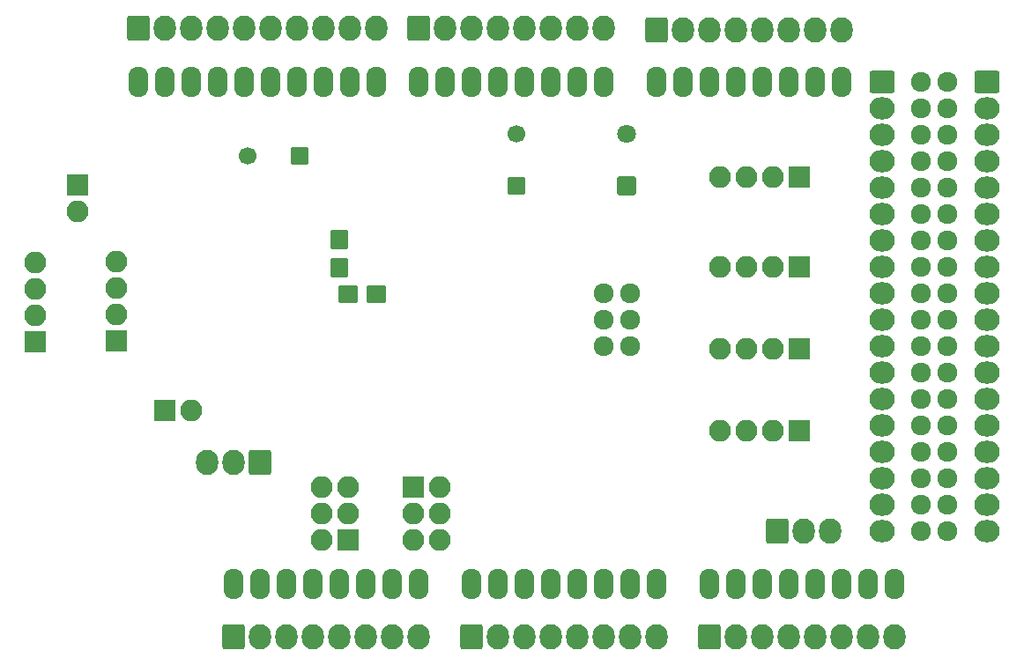
<source format=gbr>
G04 #@! TF.GenerationSoftware,KiCad,Pcbnew,(6.0.0-0)*
G04 #@! TF.CreationDate,2023-06-22T10:54:49-03:00*
G04 #@! TF.ProjectId,NNC_ControlBoard,4e4e435f-436f-46e7-9472-6f6c426f6172,rev?*
G04 #@! TF.SameCoordinates,Original*
G04 #@! TF.FileFunction,Soldermask,Bot*
G04 #@! TF.FilePolarity,Negative*
%FSLAX46Y46*%
G04 Gerber Fmt 4.6, Leading zero omitted, Abs format (unit mm)*
G04 Created by KiCad (PCBNEW (6.0.0-0)) date 2023-06-22 10:54:49*
%MOMM*%
%LPD*%
G01*
G04 APERTURE LIST*
G04 Aperture macros list*
%AMRoundRect*
0 Rectangle with rounded corners*
0 $1 Rounding radius*
0 $2 $3 $4 $5 $6 $7 $8 $9 X,Y pos of 4 corners*
0 Add a 4 corners polygon primitive as box body*
4,1,4,$2,$3,$4,$5,$6,$7,$8,$9,$2,$3,0*
0 Add four circle primitives for the rounded corners*
1,1,$1+$1,$2,$3*
1,1,$1+$1,$4,$5*
1,1,$1+$1,$6,$7*
1,1,$1+$1,$8,$9*
0 Add four rect primitives between the rounded corners*
20,1,$1+$1,$2,$3,$4,$5,0*
20,1,$1+$1,$4,$5,$6,$7,0*
20,1,$1+$1,$6,$7,$8,$9,0*
20,1,$1+$1,$8,$9,$2,$3,0*%
G04 Aperture macros list end*
%ADD10RoundRect,0.200000X0.650000X0.650000X-0.650000X0.650000X-0.650000X-0.650000X0.650000X-0.650000X0*%
%ADD11C,1.700000*%
%ADD12RoundRect,0.200000X0.650000X-0.650000X0.650000X0.650000X-0.650000X0.650000X-0.650000X-0.650000X0*%
%ADD13RoundRect,0.200000X0.700000X-0.700000X0.700000X0.700000X-0.700000X0.700000X-0.700000X-0.700000X0*%
%ADD14C,1.800000*%
%ADD15RoundRect,0.200000X0.863600X-1.016000X0.863600X1.016000X-0.863600X1.016000X-0.863600X-1.016000X0*%
%ADD16O,2.127200X2.432000*%
%ADD17RoundRect,0.200000X-0.863600X1.016000X-0.863600X-1.016000X0.863600X-1.016000X0.863600X1.016000X0*%
%ADD18RoundRect,0.200000X-1.016000X-0.863600X1.016000X-0.863600X1.016000X0.863600X-1.016000X0.863600X0*%
%ADD19O,2.432000X2.127200*%
%ADD20O,1.924000X2.940000*%
%ADD21C,1.924000*%
%ADD22RoundRect,0.200000X-0.850000X-0.850000X0.850000X-0.850000X0.850000X0.850000X-0.850000X0.850000X0*%
%ADD23O,2.100000X2.100000*%
%ADD24RoundRect,0.200000X0.850000X-0.850000X0.850000X0.850000X-0.850000X0.850000X-0.850000X-0.850000X0*%
%ADD25RoundRect,0.200000X-0.850000X0.850000X-0.850000X-0.850000X0.850000X-0.850000X0.850000X0.850000X0*%
%ADD26RoundRect,0.200000X0.850000X0.850000X-0.850000X0.850000X-0.850000X-0.850000X0.850000X-0.850000X0*%
%ADD27RoundRect,0.200000X0.750000X0.650000X-0.750000X0.650000X-0.750000X-0.650000X0.750000X-0.650000X0*%
%ADD28RoundRect,0.200000X0.650000X-0.750000X0.650000X0.750000X-0.650000X0.750000X-0.650000X-0.750000X0*%
G04 APERTURE END LIST*
D10*
X182880000Y-61722000D03*
D11*
X177880000Y-61722000D03*
D12*
X203708000Y-64643000D03*
D11*
X203708000Y-59643000D03*
D13*
X214249000Y-64643000D03*
D14*
X214249000Y-59643000D03*
D15*
X228739700Y-97802700D03*
D16*
X231279700Y-97802700D03*
X233819700Y-97802700D03*
D17*
X179070000Y-91186000D03*
D16*
X176530000Y-91186000D03*
X173990000Y-91186000D03*
D18*
X238798100Y-54622700D03*
D19*
X238798100Y-57162700D03*
X238798100Y-59702700D03*
X238798100Y-62242700D03*
X238798100Y-64782700D03*
X238798100Y-67322700D03*
X238798100Y-69862700D03*
X238798100Y-72402700D03*
X238798100Y-74942700D03*
X238798100Y-77482700D03*
X238798100Y-80022700D03*
X238798100Y-82562700D03*
X238798100Y-85102700D03*
X238798100Y-87642700D03*
X238798100Y-90182700D03*
X238798100Y-92722700D03*
X238798100Y-95262700D03*
X238798100Y-97802700D03*
D18*
X248920000Y-54622700D03*
D19*
X248920000Y-57162700D03*
X248920000Y-59702700D03*
X248920000Y-62242700D03*
X248920000Y-64782700D03*
X248920000Y-67322700D03*
X248920000Y-69862700D03*
X248920000Y-72402700D03*
X248920000Y-74942700D03*
X248920000Y-77482700D03*
X248920000Y-80022700D03*
X248920000Y-82562700D03*
X248920000Y-85102700D03*
X248920000Y-87642700D03*
X248920000Y-90182700D03*
X248920000Y-92722700D03*
X248920000Y-95262700D03*
X248920000Y-97802700D03*
D15*
X176530000Y-107950000D03*
D16*
X179070000Y-107950000D03*
X181610000Y-107950000D03*
X184150000Y-107950000D03*
X186690000Y-107950000D03*
X189230000Y-107950000D03*
X191770000Y-107950000D03*
X194310000Y-107950000D03*
D15*
X199390000Y-107950000D03*
D16*
X201930000Y-107950000D03*
X204470000Y-107950000D03*
X207010000Y-107950000D03*
X209550000Y-107950000D03*
X212090000Y-107950000D03*
X214630000Y-107950000D03*
X217170000Y-107950000D03*
D15*
X222250000Y-107950000D03*
D16*
X224790000Y-107950000D03*
X227330000Y-107950000D03*
X229870000Y-107950000D03*
X232410000Y-107950000D03*
X234950000Y-107950000D03*
X237490000Y-107950000D03*
X240030000Y-107950000D03*
D15*
X167360600Y-49504600D03*
D16*
X169900600Y-49504600D03*
X172440600Y-49504600D03*
X174980600Y-49504600D03*
X177520600Y-49504600D03*
X180060600Y-49504600D03*
X182600600Y-49504600D03*
X185140600Y-49504600D03*
X187680600Y-49504600D03*
X190220600Y-49504600D03*
D15*
X194297300Y-49504600D03*
D16*
X196837300Y-49504600D03*
X199377300Y-49504600D03*
X201917300Y-49504600D03*
X204457300Y-49504600D03*
X206997300Y-49504600D03*
X209537300Y-49504600D03*
X212077300Y-49504600D03*
D15*
X217170000Y-49606200D03*
D16*
X219710000Y-49606200D03*
X222250000Y-49606200D03*
X224790000Y-49606200D03*
X227330000Y-49606200D03*
X229870000Y-49606200D03*
X232410000Y-49606200D03*
X234950000Y-49606200D03*
D20*
X212090000Y-54610000D03*
X209550000Y-54610000D03*
X207010000Y-54610000D03*
X204470000Y-54610000D03*
X184150000Y-102870000D03*
X201930000Y-54610000D03*
X199390000Y-54610000D03*
X186690000Y-102870000D03*
D21*
X242570000Y-54610000D03*
X245110000Y-54610000D03*
D20*
X196850000Y-54610000D03*
X194310000Y-54610000D03*
X190246000Y-54610000D03*
X187706000Y-54610000D03*
X185166000Y-54610000D03*
X182626000Y-54610000D03*
X180086000Y-54610000D03*
X177546000Y-54610000D03*
X217170000Y-54610000D03*
X219710000Y-54610000D03*
X222250000Y-54610000D03*
X224790000Y-54610000D03*
X227330000Y-54610000D03*
X229870000Y-54610000D03*
X232410000Y-54610000D03*
X234950000Y-54610000D03*
D21*
X242570000Y-57150000D03*
X245110000Y-57150000D03*
X242570000Y-59690000D03*
X245110000Y-59690000D03*
X242570000Y-62230000D03*
X245110000Y-62230000D03*
X242570000Y-64770000D03*
X245110000Y-64770000D03*
X242570000Y-67310000D03*
X245110000Y-67310000D03*
X242570000Y-69850000D03*
X245110000Y-69850000D03*
X242570000Y-72390000D03*
X245110000Y-72390000D03*
X242570000Y-74930000D03*
X245110000Y-74930000D03*
X242570000Y-77470000D03*
X245110000Y-77470000D03*
X242570000Y-80010000D03*
X245110000Y-80010000D03*
X242570000Y-82550000D03*
X245110000Y-82550000D03*
X242570000Y-85090000D03*
X245110000Y-85090000D03*
X242570000Y-87630000D03*
X245110000Y-87630000D03*
X242570000Y-90170000D03*
X245110000Y-90170000D03*
X242570000Y-92710000D03*
X245110000Y-92710000D03*
X242570000Y-95250000D03*
X245110000Y-95250000D03*
D20*
X199390000Y-102870000D03*
X201930000Y-102870000D03*
X204470000Y-102870000D03*
X207010000Y-102870000D03*
X209550000Y-102870000D03*
X212090000Y-102870000D03*
X214630000Y-102870000D03*
X217170000Y-102870000D03*
X222250000Y-102870000D03*
X224790000Y-102870000D03*
X227330000Y-102870000D03*
X229870000Y-102870000D03*
X172466000Y-54610000D03*
X237490000Y-102870000D03*
X240030000Y-102870000D03*
X232410000Y-102870000D03*
X234950000Y-102870000D03*
X189230000Y-102870000D03*
X191770000Y-102870000D03*
X175006000Y-54610000D03*
D21*
X242570000Y-97790000D03*
X245110000Y-97790000D03*
D20*
X179070000Y-102870000D03*
X176530000Y-102870000D03*
X181610000Y-102870000D03*
X167386000Y-54610000D03*
X169926000Y-54610000D03*
D21*
X212090000Y-74930000D03*
X214630000Y-74930000D03*
X212090000Y-77470000D03*
X214630000Y-77470000D03*
X212090000Y-80010000D03*
X214630000Y-80010000D03*
D20*
X194310000Y-102870000D03*
D22*
X161544000Y-64516000D03*
D23*
X161544000Y-67056000D03*
D24*
X169926000Y-86233000D03*
D23*
X172466000Y-86233000D03*
D25*
X230886000Y-88138000D03*
D23*
X228346000Y-88138000D03*
X225806000Y-88138000D03*
X223266000Y-88138000D03*
D26*
X165227000Y-79502000D03*
D23*
X165227000Y-76962000D03*
X165227000Y-74422000D03*
X165227000Y-71882000D03*
D25*
X230886000Y-63754000D03*
D23*
X228346000Y-63754000D03*
X225806000Y-63754000D03*
X223266000Y-63754000D03*
D25*
X230886000Y-72390000D03*
D23*
X228346000Y-72390000D03*
X225806000Y-72390000D03*
X223266000Y-72390000D03*
D25*
X230886000Y-80264000D03*
D23*
X228346000Y-80264000D03*
X225806000Y-80264000D03*
X223266000Y-80264000D03*
D26*
X157480000Y-79629000D03*
D23*
X157480000Y-77089000D03*
X157480000Y-74549000D03*
X157480000Y-72009000D03*
D22*
X193789300Y-93599000D03*
D23*
X196329300Y-93599000D03*
X193789300Y-96139000D03*
X196329300Y-96139000D03*
X193789300Y-98679000D03*
X196329300Y-98679000D03*
D26*
X187566300Y-98640900D03*
D23*
X185026300Y-98640900D03*
X187566300Y-96100900D03*
X185026300Y-96100900D03*
X187566300Y-93560900D03*
X185026300Y-93560900D03*
D27*
X190199000Y-75057000D03*
X187499000Y-75057000D03*
D28*
X186690000Y-72470000D03*
X186690000Y-69770000D03*
M02*

</source>
